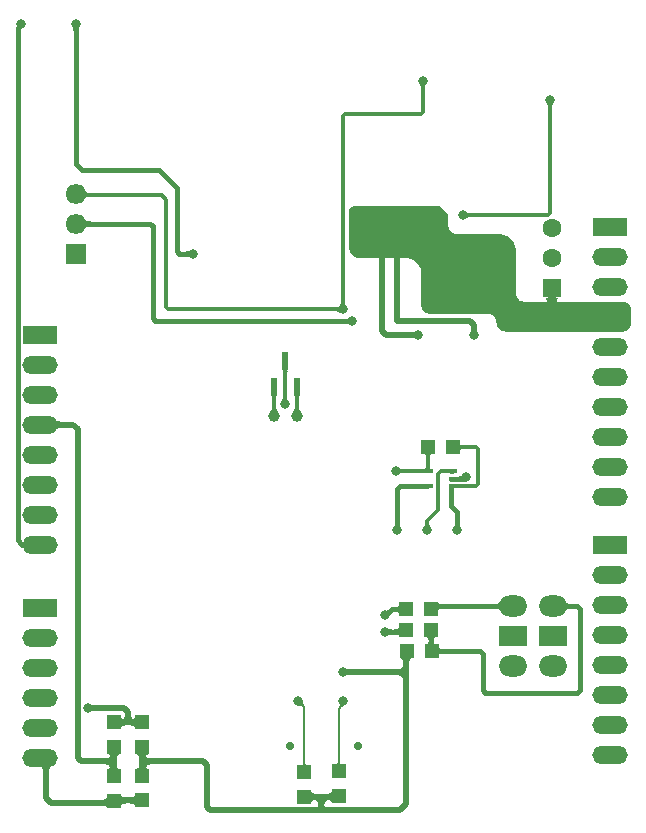
<source format=gbr>
G04*
G04 #@! TF.GenerationSoftware,Altium Limited,Altium Designer,24.2.2 (26)*
G04*
G04 Layer_Physical_Order=2*
G04 Layer_Color=16711680*
%FSLAX44Y44*%
%MOMM*%
G71*
G04*
G04 #@! TF.SameCoordinates,D9C0422A-5697-4C54-BB13-8CA43C25D237*
G04*
G04*
G04 #@! TF.FilePolarity,Positive*
G04*
G01*
G75*
%ADD14C,0.3000*%
%ADD15C,0.2000*%
%ADD28R,1.2000X1.2000*%
%ADD29R,1.2000X1.2000*%
%ADD50O,2.4000X1.8000*%
%ADD88C,0.5000*%
%ADD89C,0.4000*%
%ADD90C,0.7000*%
%ADD91R,1.6000X1.6000*%
%ADD92C,1.6000*%
%ADD93C,0.7000*%
%ADD94R,2.4000X1.8000*%
%ADD95O,3.0000X1.5000*%
%ADD96R,3.0000X1.5000*%
%ADD97R,1.7780X1.6510*%
%ADD98O,1.7780X1.6510*%
%ADD99C,1.0000*%
%ADD100C,0.8000*%
%ADD101R,0.7000X0.4000*%
%ADD102R,0.6000X1.6000*%
G36*
X57035Y670106D02*
X56899Y669906D01*
X56779Y669677D01*
X56675Y669420D01*
X56587Y669133D01*
X56515Y668818D01*
X56459Y668474D01*
X56419Y668102D01*
X56387Y667270D01*
X52387D01*
X52379Y667700D01*
X52315Y668474D01*
X52259Y668818D01*
X52187Y669133D01*
X52099Y669420D01*
X51995Y669677D01*
X51875Y669906D01*
X51739Y670106D01*
X51587Y670277D01*
X57187D01*
X57035Y670106D01*
D02*
G37*
G36*
X350533Y621721D02*
X350312Y621446D01*
X350117Y621156D01*
X349948Y620852D01*
X349805Y620533D01*
X349688Y620201D01*
X349597Y619855D01*
X349532Y619495D01*
X349493Y619120D01*
X349480Y618732D01*
X346480D01*
X346467Y619120D01*
X346428Y619495D01*
X346363Y619855D01*
X346272Y620201D01*
X346155Y620533D01*
X346012Y620852D01*
X345843Y621156D01*
X345648Y621446D01*
X345427Y621721D01*
X345180Y621983D01*
X350780D01*
X350533Y621721D01*
D02*
G37*
G36*
X458389Y605844D02*
X458188Y605549D01*
X458010Y605242D01*
X457856Y604924D01*
X457726Y604594D01*
X457619Y604254D01*
X457537Y603902D01*
X457477Y603539D01*
X457442Y603165D01*
X457430Y602779D01*
X454430Y602482D01*
X454416Y602873D01*
X454374Y603247D01*
X454305Y603604D01*
X454207Y603943D01*
X454082Y604266D01*
X453929Y604570D01*
X453747Y604858D01*
X453539Y605128D01*
X453302Y605381D01*
X453037Y605617D01*
X458614Y606129D01*
X458389Y605844D01*
D02*
G37*
G36*
X63272Y531028D02*
X63332Y530774D01*
X63466Y530551D01*
X63675Y530357D01*
X63958Y530193D01*
X64315Y530059D01*
X64747Y529954D01*
X65252Y529880D01*
X65833Y529835D01*
X66487Y529820D01*
X65999Y526820D01*
X65335Y526805D01*
X64200Y526686D01*
X63729Y526582D01*
X63323Y526449D01*
X62982Y526285D01*
X62705Y526092D01*
X62492Y525869D01*
X62345Y525617D01*
X62262Y525334D01*
X63286Y531311D01*
X63272Y531028D01*
D02*
G37*
G36*
X385041Y513913D02*
X385317Y513692D01*
X385607Y513497D01*
X385911Y513328D01*
X386229Y513185D01*
X386561Y513068D01*
X386907Y512977D01*
X387268Y512912D01*
X387642Y512873D01*
X388030Y512860D01*
Y509860D01*
X387642Y509847D01*
X387268Y509808D01*
X386907Y509743D01*
X386561Y509652D01*
X386229Y509535D01*
X385911Y509392D01*
X385607Y509223D01*
X385317Y509028D01*
X385041Y508807D01*
X384779Y508560D01*
Y514160D01*
X385041Y513913D01*
D02*
G37*
G36*
X62454Y507798D02*
X62599Y507461D01*
X62840Y507163D01*
X63178Y506905D01*
X63612Y506686D01*
X64144Y506508D01*
X64771Y506369D01*
X65495Y506269D01*
X66316Y506210D01*
X67233Y506190D01*
Y502190D01*
X66316Y502170D01*
X64771Y502011D01*
X64144Y501872D01*
X63612Y501694D01*
X63178Y501475D01*
X62840Y501217D01*
X62599Y500919D01*
X62454Y500582D01*
X62406Y500204D01*
Y508176D01*
X62454Y507798D01*
D02*
G37*
G36*
X150991Y475928D02*
X150820Y476080D01*
X150620Y476216D01*
X150391Y476336D01*
X150134Y476440D01*
X149847Y476528D01*
X149532Y476600D01*
X149188Y476656D01*
X148816Y476696D01*
X147984Y476728D01*
Y480728D01*
X148414Y480736D01*
X149188Y480800D01*
X149532Y480856D01*
X149847Y480928D01*
X150134Y481016D01*
X150391Y481120D01*
X150620Y481240D01*
X150820Y481376D01*
X150991Y481528D01*
Y475928D01*
D02*
G37*
G36*
X281801Y437569D02*
X281840Y437194D01*
X281905Y436834D01*
X281996Y436488D01*
X282113Y436156D01*
X282256Y435837D01*
X282425Y435533D01*
X282620Y435243D01*
X282841Y434967D01*
X283088Y434706D01*
X277488D01*
X277735Y434967D01*
X277956Y435243D01*
X278151Y435533D01*
X278320Y435837D01*
X278463Y436156D01*
X278580Y436488D01*
X278671Y436834D01*
X278736Y437194D01*
X278775Y437569D01*
X278788Y437957D01*
X281788D01*
X281801Y437569D01*
D02*
G37*
G36*
X277616Y428873D02*
X277338Y429105D01*
X277048Y429312D01*
X276745Y429496D01*
X276431Y429654D01*
X276105Y429789D01*
X275767Y429899D01*
X275417Y429984D01*
X275054Y430045D01*
X274680Y430082D01*
X274294Y430094D01*
X274087Y433094D01*
X274478Y433108D01*
X274852Y433149D01*
X275210Y433217D01*
X275551Y433313D01*
X275877Y433436D01*
X276186Y433586D01*
X276478Y433764D01*
X276755Y433969D01*
X277015Y434202D01*
X277259Y434461D01*
X277616Y428873D01*
D02*
G37*
G36*
X285433Y418840D02*
X285262Y418992D01*
X285062Y419128D01*
X284833Y419248D01*
X284576Y419352D01*
X284289Y419440D01*
X283974Y419512D01*
X283630Y419568D01*
X283258Y419608D01*
X282426Y419640D01*
Y423640D01*
X282856Y423648D01*
X283630Y423712D01*
X283974Y423768D01*
X284289Y423840D01*
X284576Y423928D01*
X284833Y424032D01*
X285062Y424152D01*
X285262Y424288D01*
X285433Y424440D01*
Y418840D01*
D02*
G37*
G36*
X393663Y415279D02*
X393768Y413634D01*
X393807Y413430D01*
X393852Y413267D01*
X393903Y413146D01*
X393960Y413067D01*
X388360D01*
X388417Y413146D01*
X388468Y413267D01*
X388513Y413430D01*
X388552Y413634D01*
X388585Y413880D01*
X388633Y414496D01*
X388660Y415732D01*
X393660D01*
X393663Y415279D01*
D02*
G37*
G36*
X290830Y519430D02*
X358140Y519430D01*
X358140Y519430D01*
X359266Y519430D01*
X361474Y518991D01*
X363554Y518129D01*
X365426Y516879D01*
X367019Y515286D01*
X368269Y513414D01*
X369131Y511334D01*
X369570Y509126D01*
X369570Y508000D01*
X369570Y502920D01*
Y502920D01*
X369607Y502169D01*
X369900Y500695D01*
X370475Y499306D01*
X371310Y498057D01*
X372372Y496994D01*
X373622Y496160D01*
X375010Y495585D01*
X376484Y495291D01*
X377235Y495255D01*
X412795D01*
X412795Y495255D01*
X414167D01*
X416857Y494720D01*
X419391Y493670D01*
X421672Y492146D01*
X423611Y490206D01*
X425135Y487926D01*
X426185Y485392D01*
X426720Y482701D01*
Y481330D01*
Y445770D01*
X426720Y445770D01*
X426757Y445023D01*
X427048Y443558D01*
X427620Y442178D01*
X428450Y440936D01*
X429506Y439880D01*
X430748Y439050D01*
X432128Y438478D01*
X433593Y438187D01*
X434340Y438150D01*
X453390Y438150D01*
X453385Y438181D01*
X453140Y439090D01*
X452825Y439860D01*
X452440Y440490D01*
X451985Y440980D01*
X451460Y441330D01*
X450865Y441540D01*
X450200Y441610D01*
X464200D01*
X463535Y441540D01*
X462940Y441330D01*
X462415Y440980D01*
X461960Y440490D01*
X461575Y439860D01*
X461260Y439090D01*
X461015Y438181D01*
X461010Y438150D01*
X518160Y438150D01*
X518160Y438150D01*
X519423Y438150D01*
X521757Y437184D01*
X523544Y435397D01*
X524510Y433063D01*
X524510Y431800D01*
X524510Y420370D01*
X524510Y420370D01*
Y419619D01*
X524217Y418147D01*
X523643Y416760D01*
X522809Y415512D01*
X521747Y414451D01*
X520499Y413617D01*
X519113Y413043D01*
X517640Y412750D01*
X418224D01*
X416507Y413092D01*
X414889Y413762D01*
X413433Y414735D01*
X412195Y415973D01*
X411222Y417429D01*
X410552Y419047D01*
X410210Y420764D01*
Y421640D01*
X410210Y421640D01*
X410088Y422879D01*
X409140Y425168D01*
X407388Y426920D01*
X405099Y427868D01*
X403860Y427990D01*
X354330Y427990D01*
X354330D01*
X353579Y427990D01*
X352107Y428283D01*
X350720Y428857D01*
X349472Y429691D01*
X348411Y430752D01*
X347577Y432001D01*
X347003Y433387D01*
X346710Y434859D01*
X346710Y435610D01*
Y462280D01*
X346710Y462280D01*
X346649Y463525D01*
X346163Y465967D01*
X345211Y468267D01*
X343828Y470337D01*
X342067Y472098D01*
X339997Y473481D01*
X337697Y474433D01*
X335255Y474919D01*
X334010Y474980D01*
X294640Y474980D01*
X294640D01*
X293764Y474980D01*
X292047Y475322D01*
X290429Y475992D01*
X288973Y476965D01*
X287735Y478203D01*
X286762Y479659D01*
X286092Y481277D01*
X285750Y482994D01*
X285750Y483870D01*
Y514350D01*
X285750Y515360D01*
X286523Y517228D01*
X287952Y518657D01*
X289819Y519430D01*
X290830Y519430D01*
D02*
G37*
G36*
X341313Y407410D02*
X341234Y407467D01*
X341113Y407518D01*
X340950Y407563D01*
X340746Y407602D01*
X340500Y407635D01*
X339884Y407683D01*
X338647Y407710D01*
Y412710D01*
X339101Y412713D01*
X340746Y412818D01*
X340950Y412857D01*
X341113Y412902D01*
X341234Y412953D01*
X341313Y413010D01*
Y407410D01*
D02*
G37*
G36*
X234185Y379761D02*
X233930Y379670D01*
X233705Y379520D01*
X233510Y379310D01*
X233345Y379040D01*
X233210Y378711D01*
X233105Y378321D01*
X233030Y377870D01*
X232985Y377360D01*
X232970Y376791D01*
X229970D01*
X229959Y377360D01*
X229867Y378321D01*
X229788Y378711D01*
X229685Y379040D01*
X229560Y379310D01*
X229412Y379520D01*
X229241Y379670D01*
X229047Y379761D01*
X228831Y379790D01*
X234470D01*
X234185Y379761D01*
D02*
G37*
G36*
X243990Y357761D02*
X243741Y357671D01*
X243520Y357520D01*
X243329Y357310D01*
X243167Y357040D01*
X243035Y356711D01*
X242932Y356320D01*
X242859Y355871D01*
X242815Y355360D01*
X242800Y354790D01*
X239800D01*
X239785Y355360D01*
X239741Y355871D01*
X239668Y356320D01*
X239565Y356711D01*
X239433Y357040D01*
X239271Y357310D01*
X239080Y357520D01*
X238860Y357671D01*
X238610Y357761D01*
X238330Y357790D01*
X244270D01*
X243990Y357761D01*
D02*
G37*
G36*
X224986D02*
X224732Y357671D01*
X224507Y357520D01*
X224313Y357310D01*
X224149Y357040D01*
X224014Y356711D01*
X223909Y356320D01*
X223835Y355871D01*
X223790Y355360D01*
X223775Y354790D01*
X220775D01*
X220761Y355360D01*
X220717Y355871D01*
X220645Y356320D01*
X220544Y356711D01*
X220414Y357040D01*
X220255Y357310D01*
X220067Y357520D01*
X219851Y357671D01*
X219605Y357761D01*
X219331Y357790D01*
X225270D01*
X224986Y357761D01*
D02*
G37*
G36*
X232970Y357747D02*
X232982Y357361D01*
X233018Y356987D01*
X233078Y356624D01*
X233161Y356273D01*
X233269Y355933D01*
X233401Y355605D01*
X233556Y355288D01*
X233736Y354982D01*
X233939Y354688D01*
X234166Y354406D01*
X228585Y354868D01*
X228848Y355106D01*
X229084Y355362D01*
X229291Y355634D01*
X229471Y355923D01*
X229624Y356229D01*
X229748Y356553D01*
X229845Y356893D01*
X229915Y357250D01*
X229956Y357624D01*
X229970Y358015D01*
X232970Y357747D01*
D02*
G37*
G36*
X242820Y348955D02*
X242880Y348515D01*
X242980Y348082D01*
X243120Y347653D01*
X243300Y347231D01*
X243520Y346814D01*
X243780Y346402D01*
X244080Y345996D01*
X244420Y345596D01*
X244800Y345201D01*
X237800D01*
X238180Y345596D01*
X238520Y345996D01*
X238820Y346402D01*
X239080Y346814D01*
X239300Y347231D01*
X239480Y347653D01*
X239620Y348082D01*
X239720Y348515D01*
X239780Y348955D01*
X239800Y349400D01*
X242800D01*
X242820Y348955D01*
D02*
G37*
G36*
X223775Y349392D02*
X223795Y348947D01*
X223855Y348508D01*
X223954Y348074D01*
X224094Y347645D01*
X224273Y347222D01*
X224492Y346804D01*
X224751Y346391D01*
X225050Y345983D01*
X225389Y345580D01*
X225768Y345183D01*
X218768Y345218D01*
X219149Y345611D01*
X219491Y346009D01*
X219792Y346413D01*
X220053Y346823D01*
X220273Y347239D01*
X220454Y347661D01*
X220594Y348089D01*
X220695Y348523D01*
X220755Y348962D01*
X220775Y349408D01*
X223775Y349392D01*
D02*
G37*
G36*
X37231Y338519D02*
X37426Y338098D01*
X37752Y337725D01*
X38208Y337403D01*
X38794Y337130D01*
X39510Y336907D01*
X40356Y336733D01*
X41333Y336609D01*
X42440Y336535D01*
X43677Y336510D01*
Y331510D01*
X42440Y331485D01*
X40356Y331287D01*
X39510Y331113D01*
X38794Y330890D01*
X38208Y330617D01*
X37752Y330294D01*
X37426Y329922D01*
X37231Y329501D01*
X37166Y329029D01*
Y338991D01*
X37231Y338519D01*
D02*
G37*
G36*
X379299Y317675D02*
X379390Y317420D01*
X379542Y317195D01*
X379754Y317000D01*
X380027Y316835D01*
X380360Y316700D01*
X380754Y316595D01*
X381208Y316520D01*
X381724Y316475D01*
X382299Y316460D01*
Y313460D01*
X381724Y313445D01*
X381208Y313400D01*
X380754Y313325D01*
X380360Y313220D01*
X380027Y313085D01*
X379754Y312920D01*
X379542Y312725D01*
X379390Y312500D01*
X379299Y312245D01*
X379269Y311960D01*
Y317960D01*
X379299Y317675D01*
D02*
G37*
G36*
X355045Y308991D02*
X354790Y308900D01*
X354565Y308748D01*
X354370Y308536D01*
X354205Y308263D01*
X354070Y307930D01*
X353965Y307536D01*
X353890Y307082D01*
X353845Y306566D01*
X353830Y305991D01*
X350830D01*
X350815Y306566D01*
X350770Y307082D01*
X350695Y307536D01*
X350590Y307930D01*
X350455Y308263D01*
X350290Y308536D01*
X350095Y308748D01*
X349870Y308900D01*
X349615Y308991D01*
X349330Y309021D01*
X355330D01*
X355045Y308991D01*
D02*
G37*
G36*
X353845Y299185D02*
X353890Y298671D01*
X353965Y298217D01*
X354070Y297824D01*
X354205Y297491D01*
X354370Y297218D01*
X354565Y297005D01*
X354790Y296853D01*
X355045Y296761D01*
X355330Y296729D01*
X349501Y296759D01*
X349753Y296789D01*
X349979Y296880D01*
X350178Y297029D01*
X350351Y297239D01*
X350498Y297509D01*
X350617Y297840D01*
X350710Y298230D01*
X350777Y298680D01*
X350817Y299189D01*
X350830Y299760D01*
X353830D01*
X353845Y299185D01*
D02*
G37*
G36*
X370000Y292820D02*
X369971Y292910D01*
X369880Y292990D01*
X369730Y293060D01*
X369520Y293121D01*
X369250Y293173D01*
X368921Y293215D01*
X368080Y293271D01*
X367001Y293290D01*
Y296290D01*
X367570Y296295D01*
X369250Y296407D01*
X369520Y296459D01*
X369730Y296520D01*
X369880Y296590D01*
X369971Y296670D01*
X370000Y296759D01*
Y292820D01*
D02*
G37*
G36*
X349501D02*
X349470Y292896D01*
X349380Y292962D01*
X349230Y293022D01*
X349021Y293073D01*
X348750Y293116D01*
X348031Y293179D01*
X347071Y293211D01*
X346501Y293215D01*
Y296215D01*
X347071Y296220D01*
X348750Y296351D01*
X349021Y296411D01*
X349230Y296482D01*
X349380Y296563D01*
X349470Y296656D01*
X349501Y296759D01*
Y292820D01*
D02*
G37*
G36*
X328190Y297250D02*
X328471Y297033D01*
X328764Y296841D01*
X329072Y296675D01*
X329392Y296535D01*
X329726Y296420D01*
X330074Y296330D01*
X330435Y296266D01*
X330809Y296228D01*
X331197Y296215D01*
X331258Y293215D01*
X330869Y293202D01*
X330494Y293162D01*
X330135Y293096D01*
X329790Y293004D01*
X329459Y292885D01*
X329144Y292740D01*
X328843Y292568D01*
X328557Y292370D01*
X328285Y292145D01*
X328029Y291894D01*
X327924Y297493D01*
X328190Y297250D01*
D02*
G37*
G36*
X382990Y285998D02*
X382844Y286053D01*
X382632Y286103D01*
X382356Y286147D01*
X381611Y286217D01*
X380008Y286278D01*
X378617Y286290D01*
X378477Y290290D01*
X378908Y290300D01*
X379304Y290331D01*
X379664Y290382D01*
X379990Y290453D01*
X380281Y290544D01*
X380537Y290657D01*
X380758Y290789D01*
X380945Y290942D01*
X381096Y291115D01*
X381212Y291308D01*
X382990Y285998D01*
D02*
G37*
G36*
X376969Y283670D02*
X377060Y283591D01*
X377210Y283520D01*
X377420Y283459D01*
X377690Y283407D01*
X378019Y283365D01*
X378859Y283309D01*
X379939Y283290D01*
Y280290D01*
X379370Y280285D01*
X377690Y280173D01*
X377420Y280121D01*
X377210Y280060D01*
X377060Y279989D01*
X376969Y279910D01*
X376940Y279820D01*
Y283759D01*
X376969Y283670D01*
D02*
G37*
G36*
X375730Y279809D02*
X375390Y279687D01*
X375090Y279484D01*
X374830Y279201D01*
X374610Y278838D01*
X374430Y278395D01*
X374290Y277872D01*
X374190Y277268D01*
X374130Y276584D01*
X374110Y275821D01*
X370110D01*
X370000Y279820D01*
X376110Y279851D01*
X375730Y279809D01*
D02*
G37*
G36*
X379198Y250544D02*
X379262Y249770D01*
X379318Y249426D01*
X379390Y249111D01*
X379478Y248824D01*
X379582Y248567D01*
X379702Y248338D01*
X379838Y248138D01*
X379990Y247967D01*
X374390D01*
X374542Y248138D01*
X374678Y248338D01*
X374798Y248567D01*
X374902Y248824D01*
X374990Y249111D01*
X375062Y249426D01*
X375118Y249770D01*
X375158Y250142D01*
X375190Y250974D01*
X379190D01*
X379198Y250544D01*
D02*
G37*
G36*
X353303Y250830D02*
X353342Y250455D01*
X353407Y250095D01*
X353498Y249749D01*
X353615Y249417D01*
X353758Y249098D01*
X353927Y248794D01*
X354122Y248504D01*
X354343Y248228D01*
X354590Y247967D01*
X348990D01*
X349237Y248228D01*
X349458Y248504D01*
X349653Y248794D01*
X349822Y249098D01*
X349965Y249417D01*
X350082Y249749D01*
X350173Y250095D01*
X350238Y250455D01*
X350277Y250830D01*
X350290Y251218D01*
X353290D01*
X353303Y250830D01*
D02*
G37*
G36*
X328398Y250544D02*
X328462Y249770D01*
X328518Y249426D01*
X328590Y249111D01*
X328678Y248824D01*
X328782Y248567D01*
X328902Y248338D01*
X329038Y248138D01*
X329190Y247967D01*
X323590D01*
X323742Y248138D01*
X323878Y248338D01*
X323998Y248567D01*
X324102Y248824D01*
X324190Y249111D01*
X324262Y249426D01*
X324318Y249770D01*
X324358Y250142D01*
X324390Y250974D01*
X328390D01*
X328398Y250544D01*
D02*
G37*
G36*
X321907Y174818D02*
X321605Y174508D01*
X320874Y173645D01*
X320689Y173380D01*
X320533Y173127D01*
X320406Y172885D01*
X320308Y172655D01*
X320239Y172436D01*
X320200Y172229D01*
X316800Y176679D01*
X317033Y176664D01*
X317275Y176683D01*
X317526Y176737D01*
X317785Y176825D01*
X318053Y176949D01*
X318329Y177107D01*
X318613Y177300D01*
X318906Y177527D01*
X319208Y177790D01*
X319519Y178087D01*
X321907Y174818D01*
D02*
G37*
G36*
X469523Y183948D02*
X469666Y183611D01*
X469904Y183313D01*
X470237Y183055D01*
X470666Y182836D01*
X471189Y182658D01*
X471808Y182519D01*
X472523Y182419D01*
X473332Y182360D01*
X474236Y182340D01*
Y178340D01*
X473332Y178320D01*
X471808Y178161D01*
X471189Y178022D01*
X470666Y177844D01*
X470237Y177625D01*
X469904Y177367D01*
X469666Y177069D01*
X469523Y176732D01*
X469476Y176354D01*
Y184326D01*
X469523Y183948D01*
D02*
G37*
G36*
X413175Y176354D02*
X413127Y176732D01*
X412984Y177069D01*
X412746Y177367D01*
X412413Y177625D01*
X411984Y177844D01*
X411460Y178022D01*
X410842Y178161D01*
X410127Y178261D01*
X409318Y178320D01*
X408414Y178340D01*
Y182340D01*
X409318Y182360D01*
X410842Y182519D01*
X411460Y182658D01*
X411984Y182836D01*
X412413Y183055D01*
X412746Y183313D01*
X412984Y183611D01*
X413127Y183948D01*
X413175Y184326D01*
Y176354D01*
D02*
G37*
G36*
X361069Y183498D02*
X361189Y183255D01*
X361390Y183041D01*
X361670Y182855D01*
X362029Y182697D01*
X362469Y182569D01*
X362990Y182469D01*
X363590Y182397D01*
X364269Y182354D01*
X365029Y182340D01*
Y178340D01*
X364269Y178320D01*
X363590Y178260D01*
X362990Y178160D01*
X362469Y178020D01*
X362029Y177840D01*
X361670Y177620D01*
X361390Y177360D01*
X361189Y177060D01*
X361069Y176720D01*
X361030Y176340D01*
Y183769D01*
X361069Y183498D01*
D02*
G37*
G36*
X328121Y173800D02*
X328081Y174180D01*
X327960Y174520D01*
X327758Y174820D01*
X327476Y175080D01*
X327113Y175300D01*
X326670Y175480D01*
X326146Y175620D01*
X325541Y175720D01*
X324856Y175780D01*
X324090Y175800D01*
Y179800D01*
X324856Y179820D01*
X325541Y179880D01*
X326146Y179980D01*
X326670Y180120D01*
X327113Y180300D01*
X327476Y180520D01*
X327758Y180780D01*
X327960Y181080D01*
X328081Y181420D01*
X328121Y181800D01*
Y173800D01*
D02*
G37*
G36*
X319258Y161398D02*
X319458Y161262D01*
X319687Y161142D01*
X319944Y161038D01*
X320231Y160950D01*
X320546Y160878D01*
X320890Y160822D01*
X321262Y160782D01*
X322094Y160750D01*
Y156750D01*
X321664Y156742D01*
X320890Y156678D01*
X320546Y156622D01*
X320231Y156550D01*
X319944Y156462D01*
X319687Y156358D01*
X319458Y156238D01*
X319258Y156102D01*
X319087Y155950D01*
Y161550D01*
X319258Y161398D01*
D02*
G37*
G36*
X328071Y154750D02*
X328031Y155130D01*
X327910Y155470D01*
X327708Y155770D01*
X327426Y156030D01*
X327063Y156250D01*
X326620Y156430D01*
X326096Y156570D01*
X325491Y156670D01*
X324806Y156730D01*
X324040Y156750D01*
Y160750D01*
X324806Y160770D01*
X325491Y160830D01*
X326096Y160930D01*
X326620Y161070D01*
X327063Y161250D01*
X327426Y161470D01*
X327708Y161730D01*
X327910Y162030D01*
X328031Y162370D01*
X328071Y162750D01*
Y154750D01*
D02*
G37*
G36*
X358630Y154041D02*
X358290Y153920D01*
X357990Y153718D01*
X357730Y153436D01*
X357510Y153073D01*
X357330Y152630D01*
X357190Y152106D01*
X357090Y151502D01*
X357057Y151130D01*
X357090Y150758D01*
X357190Y150154D01*
X357330Y149630D01*
X357510Y149187D01*
X357730Y148824D01*
X357990Y148542D01*
X358290Y148340D01*
X358630Y148219D01*
X359010Y148179D01*
X351010D01*
X351390Y148219D01*
X351730Y148340D01*
X352030Y148542D01*
X352290Y148824D01*
X352510Y149187D01*
X352690Y149630D01*
X352830Y150154D01*
X352930Y150758D01*
X352962Y151130D01*
X352930Y151502D01*
X352830Y152106D01*
X352690Y152630D01*
X352510Y153073D01*
X352290Y153436D01*
X352030Y153718D01*
X351730Y153920D01*
X351390Y154041D01*
X351010Y154081D01*
X359010D01*
X358630Y154041D01*
D02*
G37*
G36*
X361529Y145860D02*
X361650Y145520D01*
X361852Y145220D01*
X362134Y144960D01*
X362497Y144740D01*
X362940Y144560D01*
X363464Y144420D01*
X364068Y144320D01*
X364754Y144260D01*
X365519Y144240D01*
Y140240D01*
X364754Y140220D01*
X364068Y140160D01*
X363464Y140060D01*
X362940Y139920D01*
X362497Y139740D01*
X362134Y139520D01*
X361852Y139260D01*
X361650Y138960D01*
X361529Y138620D01*
X361489Y138240D01*
Y146240D01*
X361529Y145860D01*
D02*
G37*
G36*
X283606Y127203D02*
X283727Y127152D01*
X283890Y127107D01*
X284094Y127068D01*
X284340Y127035D01*
X284956Y126987D01*
X286192Y126960D01*
Y121960D01*
X285739Y121957D01*
X284094Y121852D01*
X283890Y121813D01*
X283727Y121768D01*
X283606Y121717D01*
X283527Y121660D01*
Y127260D01*
X283606Y127203D01*
D02*
G37*
G36*
X338535Y136251D02*
X338110Y136100D01*
X337735Y135848D01*
X337410Y135496D01*
X337135Y135043D01*
X336910Y134490D01*
X336735Y133836D01*
X336610Y133082D01*
X336535Y132226D01*
X336510Y131271D01*
X331970D01*
X336510Y124460D01*
X331510Y116960D01*
X331460Y117910D01*
X331310Y118760D01*
X331060Y119510D01*
X330710Y120160D01*
X330260Y120710D01*
X329710Y121160D01*
X329060Y121510D01*
X328310Y121760D01*
X327460Y121910D01*
X326510Y121960D01*
Y126960D01*
X327460Y127010D01*
X328310Y127160D01*
X329060Y127410D01*
X329710Y127760D01*
X330260Y128210D01*
X330710Y128760D01*
X331060Y129410D01*
X331310Y130160D01*
X331460Y131010D01*
X331498Y131731D01*
X331485Y132226D01*
X331410Y133082D01*
X331285Y133836D01*
X331110Y134490D01*
X330885Y135043D01*
X330610Y135496D01*
X330285Y135848D01*
X329910Y136100D01*
X329485Y136251D01*
X329010Y136301D01*
X339010D01*
X338535Y136251D01*
D02*
G37*
G36*
X246577Y99799D02*
X246662Y98899D01*
X246741Y98490D01*
X246843Y98108D01*
X246969Y97752D01*
X247119Y97424D01*
X247293Y97123D01*
X247491Y96849D01*
X247713Y96601D01*
X246299Y95187D01*
X246051Y95409D01*
X245777Y95607D01*
X245476Y95781D01*
X245148Y95931D01*
X244792Y96057D01*
X244410Y96159D01*
X244000Y96238D01*
X243564Y96292D01*
X243101Y96323D01*
X242610Y96330D01*
X246570Y100290D01*
X246577Y99799D01*
D02*
G37*
G36*
X282506Y96776D02*
X282071Y96547D01*
X280275Y95454D01*
X279992Y95246D01*
X279501Y94842D01*
X279294Y94646D01*
X276983Y95163D01*
X277226Y95435D01*
X277421Y95714D01*
X277568Y96002D01*
X277668Y96299D01*
X277719Y96603D01*
X277722Y96916D01*
X277677Y97237D01*
X277584Y97566D01*
X277443Y97904D01*
X277253Y98250D01*
X282506Y96776D01*
D02*
G37*
G36*
X67706Y96723D02*
X67827Y96672D01*
X67990Y96627D01*
X68194Y96588D01*
X68440Y96555D01*
X69056Y96507D01*
X70293Y96480D01*
Y91480D01*
X69839Y91477D01*
X68194Y91372D01*
X67990Y91333D01*
X67827Y91288D01*
X67706Y91237D01*
X67627Y91180D01*
Y96780D01*
X67706Y96723D01*
D02*
G37*
G36*
X100975Y88492D02*
X101125Y87642D01*
X101375Y86892D01*
X101725Y86242D01*
X102175Y85692D01*
X102725Y85242D01*
X103155Y85011D01*
X103293Y85067D01*
X103746Y85342D01*
X104098Y85667D01*
X104350Y86042D01*
X104501Y86467D01*
X104551Y86942D01*
Y84567D01*
X104975Y84492D01*
X105925Y84442D01*
X104551Y83526D01*
Y76942D01*
X104501Y77417D01*
X104350Y77842D01*
X104098Y78217D01*
X103746Y78542D01*
X103293Y78817D01*
X102740Y79042D01*
X102086Y79217D01*
X101332Y79342D01*
X100476Y79417D01*
X99521Y79442D01*
Y80172D01*
X98425Y79442D01*
X97330Y80172D01*
Y79442D01*
X96374Y79417D01*
X95519Y79342D01*
X94764Y79217D01*
X94110Y79042D01*
X93557Y78817D01*
X93104Y78542D01*
X92752Y78217D01*
X92500Y77842D01*
X92349Y77417D01*
X92299Y76942D01*
Y83526D01*
X90925Y84442D01*
X91875Y84492D01*
X92299Y84567D01*
Y86942D01*
X92349Y86467D01*
X92500Y86042D01*
X92752Y85667D01*
X93104Y85342D01*
X93557Y85067D01*
X93695Y85011D01*
X94125Y85242D01*
X94675Y85692D01*
X95125Y86242D01*
X95475Y86892D01*
X95725Y87642D01*
X95875Y88492D01*
X95925Y89442D01*
X100925D01*
X100975Y88492D01*
D02*
G37*
G36*
X277870Y48174D02*
X277900Y47828D01*
X277950Y47524D01*
X278020Y47260D01*
X278110Y47037D01*
X278220Y46854D01*
X278350Y46712D01*
X278500Y46610D01*
X278670Y46549D01*
X278860Y46529D01*
X274860D01*
X275050Y46549D01*
X275220Y46610D01*
X275370Y46712D01*
X275500Y46854D01*
X275610Y47037D01*
X275700Y47260D01*
X275770Y47524D01*
X275820Y47828D01*
X275850Y48174D01*
X275860Y48559D01*
X277860D01*
X277870Y48174D01*
D02*
G37*
G36*
X248660Y47634D02*
X248690Y47289D01*
X248740Y46984D01*
X248810Y46720D01*
X248900Y46497D01*
X249010Y46314D01*
X249140Y46172D01*
X249290Y46070D01*
X249460Y46009D01*
X249650Y45989D01*
X245650D01*
X245840Y46009D01*
X246010Y46070D01*
X246160Y46172D01*
X246290Y46314D01*
X246400Y46497D01*
X246490Y46720D01*
X246560Y46984D01*
X246610Y47289D01*
X246640Y47634D01*
X246650Y48019D01*
X248650D01*
X248660Y47634D01*
D02*
G37*
G36*
X113040Y55445D02*
X113130Y54935D01*
X115490D01*
X115015Y54885D01*
X114590Y54734D01*
X114215Y54482D01*
X113890Y54130D01*
X113615Y53677D01*
X113579Y53588D01*
X113790Y53195D01*
X114240Y52645D01*
X114790Y52195D01*
X115440Y51845D01*
X116190Y51595D01*
X117040Y51445D01*
X117990Y51395D01*
Y46395D01*
X117040Y46345D01*
X116190Y46195D01*
X115440Y45945D01*
X114790Y45595D01*
X114240Y45145D01*
X113790Y44595D01*
X113579Y44202D01*
X113615Y44113D01*
X113890Y43660D01*
X114215Y43308D01*
X114590Y43056D01*
X115015Y42905D01*
X115490Y42855D01*
X113130D01*
X113040Y42345D01*
X112990Y41395D01*
X112017Y42855D01*
X105490D01*
X105965Y42905D01*
X106390Y43056D01*
X106765Y43308D01*
X107090Y43660D01*
X107365Y44113D01*
X107590Y44666D01*
X107765Y45320D01*
X107890Y46075D01*
X107965Y46930D01*
X107990Y47885D01*
X108663D01*
X107990Y48895D01*
X108663Y49904D01*
X107990D01*
X107965Y50860D01*
X107890Y51715D01*
X107765Y52470D01*
X107590Y53124D01*
X107365Y53677D01*
X107090Y54130D01*
X106765Y54482D01*
X106390Y54734D01*
X105965Y54885D01*
X105490Y54935D01*
X112017D01*
X112990Y56395D01*
X113040Y55445D01*
D02*
G37*
G36*
X84743Y55071D02*
X91360D01*
X90885Y55021D01*
X90460Y54870D01*
X90085Y54618D01*
X89760Y54266D01*
X89485Y53813D01*
X89260Y53260D01*
X89085Y52606D01*
X88960Y51852D01*
X88885Y50996D01*
X88860Y50040D01*
X88096D01*
X88860Y48895D01*
X88096Y47750D01*
X88860D01*
X88885Y46794D01*
X88960Y45939D01*
X89085Y45184D01*
X89260Y44530D01*
X89485Y43977D01*
X89760Y43524D01*
X90085Y43172D01*
X90460Y42920D01*
X90885Y42769D01*
X91360Y42719D01*
X84743D01*
X83860Y41395D01*
X83810Y42345D01*
X83744Y42719D01*
X81360D01*
X81835Y42769D01*
X82260Y42920D01*
X82635Y43172D01*
X82960Y43524D01*
X83235Y43977D01*
X83303Y44144D01*
X83060Y44595D01*
X82610Y45145D01*
X82060Y45595D01*
X81410Y45945D01*
X80660Y46195D01*
X79810Y46345D01*
X78860Y46395D01*
Y51395D01*
X79810Y51445D01*
X80660Y51595D01*
X81410Y51845D01*
X82060Y52195D01*
X82610Y52645D01*
X83060Y53195D01*
X83303Y53646D01*
X83235Y53813D01*
X82960Y54266D01*
X82635Y54618D01*
X82260Y54870D01*
X81835Y55021D01*
X81360Y55071D01*
X83744D01*
X83810Y55445D01*
X83860Y56395D01*
X84743Y55071D01*
D02*
G37*
G36*
X33648Y44977D02*
X33224Y44796D01*
X32851Y44510D01*
X32527Y44119D01*
X32253Y43623D01*
X32029Y43022D01*
X31854Y42315D01*
X31730Y41503D01*
X31655Y40587D01*
X31630Y39564D01*
X26630D01*
X26605Y40541D01*
X26530Y41412D01*
X26405Y42178D01*
X26230Y42839D01*
X26005Y43394D01*
X25730Y43845D01*
X25405Y44190D01*
X25030Y44430D01*
X24605Y44565D01*
X24130Y44595D01*
X34121Y45052D01*
X33648Y44977D01*
D02*
G37*
G36*
X270921Y14050D02*
X270871Y14525D01*
X270720Y14950D01*
X270468Y15325D01*
X270116Y15650D01*
X269663Y15925D01*
X269110Y16150D01*
X268456Y16325D01*
X268125Y16380D01*
X267955Y16350D01*
X267205Y16100D01*
X266555Y15750D01*
X266005Y15300D01*
X265555Y14750D01*
X265205Y14100D01*
X264955Y13350D01*
X264805Y12500D01*
X264755Y11550D01*
X259755D01*
X259705Y12500D01*
X259555Y13350D01*
X259305Y14100D01*
X258955Y14750D01*
X258505Y15300D01*
X257955Y15750D01*
X257305Y16100D01*
X256555Y16350D01*
X256385Y16380D01*
X256054Y16325D01*
X255400Y16150D01*
X254847Y15925D01*
X254394Y15650D01*
X254042Y15325D01*
X253790Y14950D01*
X253639Y14525D01*
X253589Y14050D01*
Y24050D01*
X253639Y23575D01*
X253790Y23150D01*
X254042Y22775D01*
X254394Y22450D01*
X254847Y22175D01*
X255400Y21950D01*
X256054Y21775D01*
X256808Y21650D01*
X257664Y21575D01*
X258619Y21550D01*
Y19126D01*
X262255Y21550D01*
X265891Y19126D01*
Y21550D01*
X266846Y21575D01*
X267701Y21650D01*
X268456Y21775D01*
X269110Y21950D01*
X269663Y22175D01*
X270116Y22450D01*
X270468Y22775D01*
X270720Y23150D01*
X270871Y23575D01*
X270921Y24050D01*
Y14050D01*
D02*
G37*
G36*
X104551Y10848D02*
X104501Y11323D01*
X104350Y11748D01*
X104098Y12123D01*
X103746Y12448D01*
X103293Y12723D01*
X102740Y12948D01*
X102086Y13123D01*
X101332Y13248D01*
X100476Y13323D01*
X99521Y13348D01*
Y18348D01*
X100476Y18373D01*
X101332Y18448D01*
X102086Y18573D01*
X102740Y18748D01*
X103293Y18973D01*
X103746Y19248D01*
X104098Y19573D01*
X104350Y19948D01*
X104501Y20373D01*
X104551Y20848D01*
Y10848D01*
D02*
G37*
G36*
X92349Y20373D02*
X92500Y19948D01*
X92752Y19573D01*
X93104Y19248D01*
X93557Y18973D01*
X94110Y18748D01*
X94764Y18573D01*
X95519Y18448D01*
X96374Y18373D01*
X97330Y18348D01*
Y13348D01*
X96374Y13323D01*
X95519Y13248D01*
X94764Y13123D01*
X94110Y12948D01*
X93557Y12723D01*
X93104Y12448D01*
X92752Y12123D01*
X92500Y11748D01*
X92349Y11323D01*
X92299Y10848D01*
Y20848D01*
X92349Y20373D01*
D02*
G37*
G36*
X80391Y9811D02*
X80340Y10126D01*
X80190Y10408D01*
X79941Y10657D01*
X79591Y10873D01*
X79141Y11055D01*
X78590Y11205D01*
X77941Y11321D01*
X77190Y11404D01*
X75391Y11470D01*
Y16470D01*
X76345Y16495D01*
X77199Y16570D01*
X77952Y16695D01*
X78606Y16870D01*
X79159Y17095D01*
X79612Y17370D01*
X79965Y17695D01*
X80217Y18070D01*
X80369Y18495D01*
X80421Y18970D01*
X80391Y9811D01*
D02*
G37*
D14*
X453653Y511360D02*
X455930Y513637D01*
X381922Y511360D02*
X453653D01*
X455930Y513637D02*
Y607939D01*
X282046Y596838D02*
X346223D01*
X347980Y598596D01*
Y624840D01*
X280288Y595081D02*
X282046Y596838D01*
X280288Y431849D02*
Y595081D01*
X55880Y528320D02*
X127000D01*
X54610Y529590D02*
X55880Y528320D01*
X280033Y431594D02*
X280288Y431849D01*
X132567Y431594D02*
X280033D01*
X130810Y433352D02*
X132567Y431594D01*
X130810Y433352D02*
Y524510D01*
X127000Y528320D02*
X130810Y524510D01*
X325120Y294640D02*
X325195Y294715D01*
X351755D01*
X455930Y607939D02*
X456188Y608197D01*
X455564Y608717D02*
X456084Y608197D01*
X456188D01*
X231470Y352120D02*
Y387430D01*
X231140Y351790D02*
X231470Y352120D01*
Y387430D02*
X231800Y387760D01*
X241300Y341630D02*
Y365760D01*
X222250Y341630D02*
X222275Y341655D01*
Y365735D01*
X222300Y365760D01*
X372110Y281790D02*
X393213D01*
X394970Y283547D02*
Y313203D01*
X393213Y281790D02*
X394970Y283547D01*
X393213Y314960D02*
X394970Y313203D01*
X373330Y314960D02*
X393213D01*
X351755Y294715D02*
X352330Y295290D01*
Y314960D01*
X360680Y261620D02*
Y292100D01*
X351790Y252730D02*
X360680Y261620D01*
Y292100D02*
X363370Y294790D01*
X351790Y245110D02*
Y252730D01*
X363370Y294790D02*
X372200D01*
D15*
X247650Y40050D02*
Y95250D01*
X242570Y100330D02*
X247650Y95250D01*
X276860Y93626D02*
X280670Y97436D01*
X276860Y40590D02*
Y93626D01*
X280670Y97436D02*
Y99060D01*
D28*
X355550Y142240D02*
D03*
X334550D02*
D03*
X334010Y160020D02*
D03*
X355010D02*
D03*
X334060Y177800D02*
D03*
X355060D02*
D03*
X373330Y314960D02*
D03*
X352330D02*
D03*
D29*
X110490Y15916D02*
D03*
Y36916D02*
D03*
Y81874D02*
D03*
Y60874D02*
D03*
X86360Y36780D02*
D03*
Y15780D02*
D03*
Y61010D02*
D03*
Y82010D02*
D03*
X247650Y40050D02*
D03*
Y19050D02*
D03*
X276860Y40590D02*
D03*
Y19590D02*
D03*
D50*
X458470Y180340D02*
D03*
Y129540D02*
D03*
X424180Y180340D02*
D03*
Y129540D02*
D03*
D88*
X95496Y93980D02*
X98425Y91051D01*
X64770Y93980D02*
X95496D01*
X98425Y81942D02*
X110422D01*
X86428D02*
X98425D01*
Y91051D01*
X86360Y15780D02*
X86428Y15848D01*
X84550Y13970D02*
X86360Y15780D01*
X24130Y52070D02*
X24511D01*
X29130Y18249D02*
X33409Y13970D01*
X84550D01*
X24511Y52070D02*
X29130Y47451D01*
Y18249D02*
Y47451D01*
X165100Y10549D02*
X168029Y7620D01*
X165100Y10549D02*
Y45966D01*
X168029Y7620D02*
X265184D01*
X110490Y48895D02*
Y60874D01*
Y36916D02*
Y48895D01*
X162171D01*
X165100Y45966D01*
X86428Y15848D02*
X110422D01*
X110490Y15916D01*
X110422Y81942D02*
X110490Y81874D01*
X86360Y82010D02*
X86428Y81942D01*
X55880Y51824D02*
Y330200D01*
X52070Y334010D02*
X55880Y330200D01*
X24130Y334010D02*
X52070D01*
X86360Y48895D02*
Y61010D01*
Y36780D02*
Y48895D01*
X58809D02*
X86360D01*
X55880Y51824D02*
X58809Y48895D01*
X262255Y19050D02*
X276860D01*
X280670Y124460D02*
X334010D01*
Y142240D01*
Y12700D02*
Y124460D01*
X262255Y10549D02*
X265184Y7620D01*
X328930D02*
X334010Y12700D01*
X262255Y10549D02*
Y19050D01*
X265184Y7620D02*
X328930D01*
X247650Y19050D02*
X262255D01*
X276860D02*
Y19590D01*
X326390Y486566D02*
X326465Y486640D01*
X316619Y410210D02*
X344170D01*
X313690Y413139D02*
X316619Y410210D01*
X313690Y413139D02*
Y485140D01*
X326390Y421640D02*
X388231D01*
X326390D02*
Y485035D01*
X391160Y410210D02*
Y418711D01*
X388231Y421640D02*
X391160Y418711D01*
D89*
X478987Y180340D02*
X481330Y177997D01*
X458470Y180340D02*
X478987D01*
X481330Y109023D02*
Y177997D01*
X478987Y106680D02*
X481330Y109023D01*
X401123Y106680D02*
X478987D01*
X398780Y109023D02*
Y139897D01*
Y109023D02*
X401123Y106680D01*
X396437Y142240D02*
X398780Y139897D01*
X355010Y142240D02*
X396437D01*
X355060Y177800D02*
X357600Y180340D01*
X424180D01*
X458470Y129540D02*
X461010Y127000D01*
X316230Y172720D02*
X316980D01*
X322060Y177800D01*
X334060D01*
X332740Y158750D02*
X334010Y160020D01*
X316230Y158750D02*
X332740D01*
X355010Y142240D02*
Y160020D01*
X373470Y288290D02*
X382458D01*
X372200D02*
X373470D01*
X59243Y549910D02*
X124460D01*
X54387Y554767D02*
X59243Y549910D01*
X124460D02*
X139700Y534670D01*
X54387Y554767D02*
Y673134D01*
X121723Y421640D02*
X288290D01*
X119380Y423983D02*
X121723Y421640D01*
X119380Y423983D02*
Y501847D01*
X117037Y504190D02*
X119380Y501847D01*
X54610Y504190D02*
X117037D01*
X5130Y235973D02*
Y669528D01*
X7620Y672018D01*
Y673100D01*
X142043Y478728D02*
X153848D01*
X139700Y481071D02*
X142043Y478728D01*
X139700Y481071D02*
Y534670D01*
X5130Y235973D02*
X8693Y232410D01*
X24130D01*
X383728Y289560D02*
X384810D01*
X382458Y288290D02*
X383728Y289560D01*
X372110Y265430D02*
Y281790D01*
Y265430D02*
X377190Y260350D01*
Y245110D02*
Y260350D01*
X372200Y294790D02*
X372396D01*
X326390Y279447D02*
X328733Y281790D01*
X351700D01*
X326390Y245110D02*
Y279447D01*
D90*
X457200Y429260D02*
Y449580D01*
X455930Y427990D02*
X457200Y429260D01*
D91*
Y449580D02*
D03*
D92*
Y474980D02*
D03*
Y500380D02*
D03*
D93*
X235460Y61740D02*
D03*
X293260D02*
D03*
D94*
X458470Y154940D02*
D03*
X424180D02*
D03*
D95*
X24130Y232410D02*
D03*
Y257810D02*
D03*
Y283210D02*
D03*
Y308610D02*
D03*
Y334010D02*
D03*
Y359410D02*
D03*
Y384810D02*
D03*
X506730Y207010D02*
D03*
Y181610D02*
D03*
Y156210D02*
D03*
Y130810D02*
D03*
Y105410D02*
D03*
Y80010D02*
D03*
Y54610D02*
D03*
X24130Y52070D02*
D03*
Y77470D02*
D03*
Y102870D02*
D03*
Y128270D02*
D03*
Y153670D02*
D03*
X506730Y476250D02*
D03*
Y450850D02*
D03*
Y425450D02*
D03*
Y400050D02*
D03*
Y374650D02*
D03*
Y349250D02*
D03*
Y323850D02*
D03*
Y298450D02*
D03*
Y273050D02*
D03*
D96*
X24130Y410210D02*
D03*
X506730Y232410D02*
D03*
X24130Y179070D02*
D03*
X506730Y501650D02*
D03*
D97*
X54610Y478790D02*
D03*
D98*
Y504190D02*
D03*
Y529590D02*
D03*
D99*
X222250Y341630D02*
D03*
X241300D02*
D03*
D100*
X64770Y93980D02*
D03*
X280670Y124460D02*
D03*
X242570Y100330D02*
D03*
X280670D02*
D03*
X316230Y172720D02*
D03*
Y158750D02*
D03*
X347980Y624840D02*
D03*
X317940Y486190D02*
D03*
X305940D02*
D03*
Y498190D02*
D03*
X329940Y486190D02*
D03*
Y498190D02*
D03*
Y510190D02*
D03*
X293940Y486190D02*
D03*
X317940Y510190D02*
D03*
X293940Y498190D02*
D03*
Y510190D02*
D03*
X305940D02*
D03*
X317940Y498190D02*
D03*
X325120Y294640D02*
D03*
X391160Y410210D02*
D03*
X344170D02*
D03*
X455564Y608717D02*
D03*
X381922Y511360D02*
D03*
X54387Y673134D02*
D03*
X153848Y478728D02*
D03*
X7620Y673100D02*
D03*
X280288Y431849D02*
D03*
X288290Y421640D02*
D03*
X231140Y351790D02*
D03*
X384810Y289560D02*
D03*
X351790Y245110D02*
D03*
X377190D02*
D03*
X326390D02*
D03*
D101*
X352970Y294790D02*
D03*
Y281790D02*
D03*
X373470Y281790D02*
D03*
Y288290D02*
D03*
Y294790D02*
D03*
D102*
X231800Y387760D02*
D03*
X222300Y365760D02*
D03*
X241300D02*
D03*
M02*

</source>
